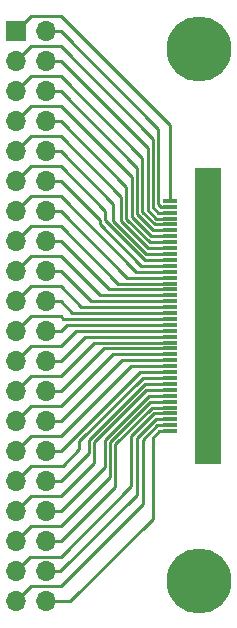
<source format=gbr>
%TF.GenerationSoftware,KiCad,Pcbnew,5.1.6*%
%TF.CreationDate,2020-06-27T21:13:43+02:00*%
%TF.ProjectId,hw,68772e6b-6963-4616-945f-706362585858,rev?*%
%TF.SameCoordinates,PX197b21e0PYf0cd820*%
%TF.FileFunction,Copper,L1,Top*%
%TF.FilePolarity,Positive*%
%FSLAX46Y46*%
G04 Gerber Fmt 4.6, Leading zero omitted, Abs format (unit mm)*
G04 Created by KiCad (PCBNEW 5.1.6) date 2020-06-27 21:13:43*
%MOMM*%
%LPD*%
G01*
G04 APERTURE LIST*
%TA.AperFunction,ComponentPad*%
%ADD10C,5.500000*%
%TD*%
%TA.AperFunction,SMDPad,CuDef*%
%ADD11R,1.300000X0.300000*%
%TD*%
%TA.AperFunction,SMDPad,CuDef*%
%ADD12R,2.200000X25.100000*%
%TD*%
%TA.AperFunction,ComponentPad*%
%ADD13O,1.700000X1.700000*%
%TD*%
%TA.AperFunction,ComponentPad*%
%ADD14R,1.700000X1.700000*%
%TD*%
%TA.AperFunction,Conductor*%
%ADD15C,0.250000*%
%TD*%
G04 APERTURE END LIST*
D10*
%TO.P,H2,1*%
%TO.N,Net-(H2-Pad1)*%
X15500000Y-46500000D03*
%TD*%
%TO.P,H1,1*%
%TO.N,Net-(H1-Pad1)*%
X15500000Y-1500000D03*
%TD*%
D11*
%TO.P,J1,40*%
%TO.N,Net-(J1-Pad40)*%
X13050000Y-14350000D03*
%TO.P,J1,39*%
%TO.N,Net-(J1-Pad39)*%
X13050000Y-14850000D03*
%TO.P,J1,38*%
%TO.N,Net-(J1-Pad38)*%
X13050000Y-15350000D03*
%TO.P,J1,37*%
%TO.N,Net-(J1-Pad37)*%
X13050000Y-15850000D03*
%TO.P,J1,36*%
%TO.N,Net-(J1-Pad36)*%
X13050000Y-16350000D03*
%TO.P,J1,35*%
%TO.N,Net-(J1-Pad35)*%
X13050000Y-16850000D03*
%TO.P,J1,34*%
%TO.N,Net-(J1-Pad34)*%
X13050000Y-17350000D03*
%TO.P,J1,33*%
%TO.N,Net-(J1-Pad33)*%
X13050000Y-17850000D03*
%TO.P,J1,32*%
%TO.N,Net-(J1-Pad32)*%
X13050000Y-18350000D03*
%TO.P,J1,31*%
%TO.N,Net-(J1-Pad31)*%
X13050000Y-18850000D03*
%TO.P,J1,30*%
%TO.N,Net-(J1-Pad30)*%
X13050000Y-19350000D03*
%TO.P,J1,29*%
%TO.N,Net-(J1-Pad29)*%
X13050000Y-19850000D03*
%TO.P,J1,28*%
%TO.N,Net-(J1-Pad28)*%
X13050000Y-20350000D03*
%TO.P,J1,27*%
%TO.N,Net-(J1-Pad27)*%
X13050000Y-20850000D03*
%TO.P,J1,26*%
%TO.N,Net-(J1-Pad26)*%
X13050000Y-21350000D03*
%TO.P,J1,25*%
%TO.N,Net-(J1-Pad25)*%
X13050000Y-21850000D03*
%TO.P,J1,24*%
%TO.N,Net-(J1-Pad24)*%
X13050000Y-22350000D03*
%TO.P,J1,23*%
%TO.N,Net-(J1-Pad23)*%
X13050000Y-22850000D03*
%TO.P,J1,22*%
%TO.N,Net-(J1-Pad22)*%
X13050000Y-23350000D03*
%TO.P,J1,21*%
%TO.N,Net-(J1-Pad21)*%
X13050000Y-23850000D03*
%TO.P,J1,20*%
%TO.N,Net-(J1-Pad20)*%
X13050000Y-24350000D03*
%TO.P,J1,19*%
%TO.N,Net-(J1-Pad19)*%
X13050000Y-24850000D03*
%TO.P,J1,18*%
%TO.N,Net-(J1-Pad18)*%
X13050000Y-25350000D03*
%TO.P,J1,17*%
%TO.N,Net-(J1-Pad17)*%
X13050000Y-25850000D03*
%TO.P,J1,16*%
%TO.N,Net-(J1-Pad16)*%
X13050000Y-26350000D03*
%TO.P,J1,15*%
%TO.N,Net-(J1-Pad15)*%
X13050000Y-26850000D03*
%TO.P,J1,14*%
%TO.N,Net-(J1-Pad14)*%
X13050000Y-27350000D03*
%TO.P,J1,13*%
%TO.N,Net-(J1-Pad13)*%
X13050000Y-27850000D03*
%TO.P,J1,12*%
%TO.N,Net-(J1-Pad12)*%
X13050000Y-28350000D03*
%TO.P,J1,11*%
%TO.N,Net-(J1-Pad11)*%
X13050000Y-28850000D03*
%TO.P,J1,10*%
%TO.N,Net-(J1-Pad10)*%
X13050000Y-29350000D03*
%TO.P,J1,9*%
%TO.N,Net-(J1-Pad9)*%
X13050000Y-29850000D03*
%TO.P,J1,8*%
%TO.N,Net-(J1-Pad8)*%
X13050000Y-30350000D03*
%TO.P,J1,7*%
%TO.N,Net-(J1-Pad7)*%
X13050000Y-30850000D03*
%TO.P,J1,6*%
%TO.N,Net-(J1-Pad6)*%
X13050000Y-31350000D03*
%TO.P,J1,5*%
%TO.N,Net-(J1-Pad5)*%
X13050000Y-31850000D03*
%TO.P,J1,4*%
%TO.N,Net-(J1-Pad4)*%
X13050000Y-32350000D03*
%TO.P,J1,3*%
%TO.N,Net-(J1-Pad3)*%
X13050000Y-32850000D03*
%TO.P,J1,2*%
%TO.N,Net-(J1-Pad2)*%
X13050000Y-33350000D03*
%TO.P,J1,1*%
%TO.N,Net-(J1-Pad1)*%
X13050000Y-33850000D03*
D12*
%TO.P,J1,MP*%
%TO.N,N/C*%
X16300000Y-24100000D03*
%TD*%
D13*
%TO.P,J2,40*%
%TO.N,Net-(J1-Pad1)*%
X2540000Y-48260000D03*
%TO.P,J2,39*%
%TO.N,Net-(J1-Pad2)*%
X0Y-48260000D03*
%TO.P,J2,38*%
%TO.N,Net-(J1-Pad3)*%
X2540000Y-45720000D03*
%TO.P,J2,37*%
%TO.N,Net-(J1-Pad4)*%
X0Y-45720000D03*
%TO.P,J2,36*%
%TO.N,Net-(J1-Pad5)*%
X2540000Y-43180000D03*
%TO.P,J2,35*%
%TO.N,Net-(J1-Pad6)*%
X0Y-43180000D03*
%TO.P,J2,34*%
%TO.N,Net-(J1-Pad7)*%
X2540000Y-40640000D03*
%TO.P,J2,33*%
%TO.N,Net-(J1-Pad8)*%
X0Y-40640000D03*
%TO.P,J2,32*%
%TO.N,Net-(J1-Pad9)*%
X2540000Y-38100000D03*
%TO.P,J2,31*%
%TO.N,Net-(J1-Pad10)*%
X0Y-38100000D03*
%TO.P,J2,30*%
%TO.N,Net-(J1-Pad11)*%
X2540000Y-35560000D03*
%TO.P,J2,29*%
%TO.N,Net-(J1-Pad12)*%
X0Y-35560000D03*
%TO.P,J2,28*%
%TO.N,Net-(J1-Pad13)*%
X2540000Y-33020000D03*
%TO.P,J2,27*%
%TO.N,Net-(J1-Pad14)*%
X0Y-33020000D03*
%TO.P,J2,26*%
%TO.N,Net-(J1-Pad15)*%
X2540000Y-30480000D03*
%TO.P,J2,25*%
%TO.N,Net-(J1-Pad16)*%
X0Y-30480000D03*
%TO.P,J2,24*%
%TO.N,Net-(J1-Pad17)*%
X2540000Y-27940000D03*
%TO.P,J2,23*%
%TO.N,Net-(J1-Pad18)*%
X0Y-27940000D03*
%TO.P,J2,22*%
%TO.N,Net-(J1-Pad19)*%
X2540000Y-25400000D03*
%TO.P,J2,21*%
%TO.N,Net-(J1-Pad20)*%
X0Y-25400000D03*
%TO.P,J2,20*%
%TO.N,Net-(J1-Pad21)*%
X2540000Y-22860000D03*
%TO.P,J2,19*%
%TO.N,Net-(J1-Pad22)*%
X0Y-22860000D03*
%TO.P,J2,18*%
%TO.N,Net-(J1-Pad23)*%
X2540000Y-20320000D03*
%TO.P,J2,17*%
%TO.N,Net-(J1-Pad24)*%
X0Y-20320000D03*
%TO.P,J2,16*%
%TO.N,Net-(J1-Pad25)*%
X2540000Y-17780000D03*
%TO.P,J2,15*%
%TO.N,Net-(J1-Pad26)*%
X0Y-17780000D03*
%TO.P,J2,14*%
%TO.N,Net-(J1-Pad27)*%
X2540000Y-15240000D03*
%TO.P,J2,13*%
%TO.N,Net-(J1-Pad28)*%
X0Y-15240000D03*
%TO.P,J2,12*%
%TO.N,Net-(J1-Pad29)*%
X2540000Y-12700000D03*
%TO.P,J2,11*%
%TO.N,Net-(J1-Pad30)*%
X0Y-12700000D03*
%TO.P,J2,10*%
%TO.N,Net-(J1-Pad31)*%
X2540000Y-10160000D03*
%TO.P,J2,9*%
%TO.N,Net-(J1-Pad32)*%
X0Y-10160000D03*
%TO.P,J2,8*%
%TO.N,Net-(J1-Pad33)*%
X2540000Y-7620000D03*
%TO.P,J2,7*%
%TO.N,Net-(J1-Pad34)*%
X0Y-7620000D03*
%TO.P,J2,6*%
%TO.N,Net-(J1-Pad35)*%
X2540000Y-5080000D03*
%TO.P,J2,5*%
%TO.N,Net-(J1-Pad36)*%
X0Y-5080000D03*
%TO.P,J2,4*%
%TO.N,Net-(J1-Pad37)*%
X2540000Y-2540000D03*
%TO.P,J2,3*%
%TO.N,Net-(J1-Pad38)*%
X0Y-2540000D03*
%TO.P,J2,2*%
%TO.N,Net-(J1-Pad39)*%
X2540000Y0D03*
D14*
%TO.P,J2,1*%
%TO.N,Net-(J1-Pad40)*%
X0Y0D03*
%TD*%
D15*
%TO.N,Net-(J1-Pad40)*%
X3810000Y1270000D02*
X13050000Y-7970000D01*
X13050000Y-7970000D02*
X13050000Y-14350000D01*
X0Y0D02*
X1270000Y1270000D01*
X1270000Y1270000D02*
X3810000Y1270000D01*
%TO.N,Net-(J1-Pad39)*%
X3334200Y0D02*
X2540000Y0D01*
X3810000Y0D02*
X3334200Y0D01*
X12074700Y-8264700D02*
X3810000Y0D01*
X12289900Y-14850000D02*
X12074700Y-14634800D01*
X12074700Y-14634800D02*
X12074700Y-8264700D01*
X13050000Y-14850000D02*
X12289900Y-14850000D01*
%TO.N,Net-(J1-Pad38)*%
X12074700Y-15350000D02*
X11624400Y-14899700D01*
X11624400Y-14899700D02*
X11624400Y-9084400D01*
X11624400Y-9084400D02*
X3810000Y-1270000D01*
X13050000Y-15350000D02*
X12074700Y-15350000D01*
X0Y-2540000D02*
X1270000Y-1270000D01*
X1270000Y-1270000D02*
X3810000Y-1270000D01*
%TO.N,Net-(J1-Pad37)*%
X3810000Y-2540000D02*
X11174100Y-9904100D01*
X11174100Y-9904100D02*
X11174100Y-15109400D01*
X11174100Y-15109400D02*
X11914700Y-15850000D01*
X11914700Y-15850000D02*
X13050000Y-15850000D01*
X2540000Y-2540000D02*
X3810000Y-2540000D01*
%TO.N,Net-(J1-Pad36)*%
X1270000Y-3810000D02*
X0Y-5080000D01*
X3810000Y-3810000D02*
X1270000Y-3810000D01*
X10723700Y-10723700D02*
X3810000Y-3810000D01*
X10723700Y-15319000D02*
X10723700Y-10723700D01*
X11754700Y-16350000D02*
X10723700Y-15319000D01*
X13050000Y-16350000D02*
X11754700Y-16350000D01*
%TO.N,Net-(J1-Pad35)*%
X3810000Y-5080000D02*
X10273400Y-11543400D01*
X10273400Y-11543400D02*
X10273400Y-15505600D01*
X10273400Y-15505600D02*
X11617800Y-16850000D01*
X11617800Y-16850000D02*
X13050000Y-16850000D01*
X2540000Y-5080000D02*
X3810000Y-5080000D01*
%TO.N,Net-(J1-Pad34)*%
X3810000Y-6350000D02*
X9823100Y-12363100D01*
X9823100Y-12363100D02*
X9823100Y-15692200D01*
X9823100Y-15692200D02*
X11480900Y-17350000D01*
X11480900Y-17350000D02*
X12074700Y-17350000D01*
X13050000Y-17350000D02*
X12074700Y-17350000D01*
X0Y-7620000D02*
X1270000Y-6350000D01*
X1270000Y-6350000D02*
X3810000Y-6350000D01*
%TO.N,Net-(J1-Pad33)*%
X13050000Y-17850000D02*
X11344000Y-17850000D01*
X11344000Y-17850000D02*
X9372800Y-15878800D01*
X9372800Y-15878800D02*
X9372800Y-13182800D01*
X9372800Y-13182800D02*
X3810000Y-7620000D01*
X2540000Y-7620000D02*
X3810000Y-7620000D01*
%TO.N,Net-(J1-Pad32)*%
X3810000Y-8890000D02*
X8922500Y-14002500D01*
X8922500Y-14002500D02*
X8922500Y-16065400D01*
X8922500Y-16065400D02*
X11207100Y-18350000D01*
X11207100Y-18350000D02*
X12074700Y-18350000D01*
X13050000Y-18350000D02*
X12074700Y-18350000D01*
X0Y-10160000D02*
X1270000Y-8890000D01*
X1270000Y-8890000D02*
X3810000Y-8890000D01*
%TO.N,Net-(J1-Pad31)*%
X3810000Y-10160000D02*
X3334200Y-10160000D01*
X8247000Y-14597000D02*
X3810000Y-10160000D01*
X8247000Y-16026800D02*
X8247000Y-14597000D01*
X3334200Y-10160000D02*
X2540000Y-10160000D01*
X11070200Y-18850000D02*
X8247000Y-16026800D01*
X13050000Y-18850000D02*
X11070200Y-18850000D01*
%TO.N,Net-(J1-Pad30)*%
X3810000Y-11430000D02*
X7571600Y-15191600D01*
X7571600Y-15191600D02*
X7571600Y-15988300D01*
X7571600Y-15988300D02*
X10933300Y-19350000D01*
X10933300Y-19350000D02*
X13050000Y-19350000D01*
X0Y-12700000D02*
X1270000Y-11430000D01*
X1270000Y-11430000D02*
X3810000Y-11430000D01*
%TO.N,Net-(J1-Pad29)*%
X10796400Y-19850000D02*
X13050000Y-19850000D01*
X10796400Y-19850000D02*
X10650000Y-19850000D01*
X2540000Y-12700000D02*
X3810000Y-12700000D01*
X3810000Y-12700000D02*
X7100000Y-15990000D01*
X7100000Y-16300000D02*
X10650000Y-19850000D01*
X7100000Y-15990000D02*
X7100000Y-16300000D01*
%TO.N,Net-(J1-Pad28)*%
X3810000Y-13970000D02*
X10190000Y-20350000D01*
X10190000Y-20350000D02*
X13050000Y-20350000D01*
X0Y-15240000D02*
X1270000Y-13970000D01*
X1270000Y-13970000D02*
X3810000Y-13970000D01*
%TO.N,Net-(J1-Pad27)*%
X3810000Y-15240000D02*
X9420000Y-20850000D01*
X9420000Y-20850000D02*
X13050000Y-20850000D01*
X2540000Y-15240000D02*
X3810000Y-15240000D01*
%TO.N,Net-(J1-Pad26)*%
X3810000Y-16510000D02*
X8650000Y-21350000D01*
X8650000Y-21350000D02*
X13050000Y-21350000D01*
X0Y-17780000D02*
X1270000Y-16510000D01*
X1270000Y-16510000D02*
X3810000Y-16510000D01*
%TO.N,Net-(J1-Pad25)*%
X3810000Y-17780000D02*
X7880000Y-21850000D01*
X7880000Y-21850000D02*
X13050000Y-21850000D01*
X2540000Y-17780000D02*
X3810000Y-17780000D01*
%TO.N,Net-(J1-Pad24)*%
X3810000Y-19050000D02*
X7110000Y-22350000D01*
X7110000Y-22350000D02*
X13050000Y-22350000D01*
X0Y-20320000D02*
X1270000Y-19050000D01*
X1270000Y-19050000D02*
X3810000Y-19050000D01*
%TO.N,Net-(J1-Pad23)*%
X13050000Y-22850000D02*
X6340000Y-22850000D01*
X6340000Y-22850000D02*
X3810000Y-20320000D01*
X2540000Y-20320000D02*
X3810000Y-20320000D01*
%TO.N,Net-(J1-Pad22)*%
X13050000Y-23350000D02*
X5570000Y-23350000D01*
X5570000Y-23350000D02*
X3810000Y-21590000D01*
X0Y-22860000D02*
X1270000Y-21590000D01*
X1270000Y-21590000D02*
X3810000Y-21590000D01*
%TO.N,Net-(J1-Pad21)*%
X13050000Y-23850000D02*
X12074700Y-23850000D01*
X3810000Y-22860000D02*
X4800000Y-23850000D01*
X4800000Y-23850000D02*
X12074700Y-23850000D01*
X2540000Y-22860000D02*
X3810000Y-22860000D01*
%TO.N,Net-(J1-Pad20)*%
X4030000Y-24350000D02*
X13050000Y-24350000D01*
X3810000Y-24130000D02*
X4030000Y-24350000D01*
X1270000Y-24130000D02*
X3810000Y-24130000D01*
X0Y-25400000D02*
X1270000Y-24130000D01*
%TO.N,Net-(J1-Pad19)*%
X3627400Y-25400000D02*
X3810000Y-25400000D01*
X2540000Y-25400000D02*
X3627400Y-25400000D01*
X4360000Y-24850000D02*
X3810000Y-25400000D01*
X13050000Y-24850000D02*
X4360000Y-24850000D01*
%TO.N,Net-(J1-Pad18)*%
X3810000Y-26670000D02*
X5130000Y-25350000D01*
X5130000Y-25350000D02*
X13050000Y-25350000D01*
X0Y-27940000D02*
X1270000Y-26670000D01*
X1270000Y-26670000D02*
X3810000Y-26670000D01*
%TO.N,Net-(J1-Pad17)*%
X3810000Y-27940000D02*
X5900000Y-25850000D01*
X5900000Y-25850000D02*
X13050000Y-25850000D01*
X2540000Y-27940000D02*
X3810000Y-27940000D01*
%TO.N,Net-(J1-Pad16)*%
X3810000Y-29210000D02*
X6670000Y-26350000D01*
X6670000Y-26350000D02*
X13050000Y-26350000D01*
X0Y-30480000D02*
X1270000Y-29210000D01*
X1270000Y-29210000D02*
X3810000Y-29210000D01*
%TO.N,Net-(J1-Pad15)*%
X3810000Y-30480000D02*
X7440000Y-26850000D01*
X7440000Y-26850000D02*
X13050000Y-26850000D01*
X2540000Y-30480000D02*
X3810000Y-30480000D01*
%TO.N,Net-(J1-Pad14)*%
X3810000Y-31750000D02*
X8210000Y-27350000D01*
X8210000Y-27350000D02*
X13050000Y-27350000D01*
X0Y-33020000D02*
X1270000Y-31750000D01*
X1270000Y-31750000D02*
X3810000Y-31750000D01*
%TO.N,Net-(J1-Pad13)*%
X3810000Y-33020000D02*
X8980000Y-27850000D01*
X8980000Y-27850000D02*
X13050000Y-27850000D01*
X2540000Y-33020000D02*
X3810000Y-33020000D01*
%TO.N,Net-(J1-Pad12)*%
X3810000Y-34290000D02*
X9750000Y-28350000D01*
X9750000Y-28350000D02*
X13050000Y-28350000D01*
X0Y-35560000D02*
X1270000Y-34290000D01*
X1270000Y-34290000D02*
X3810000Y-34290000D01*
%TO.N,Net-(J1-Pad11)*%
X3685800Y-35560000D02*
X2540000Y-35560000D01*
X3810000Y-35560000D02*
X3685800Y-35560000D01*
X10520000Y-28850000D02*
X3810000Y-35560000D01*
X13050000Y-28850000D02*
X10520000Y-28850000D01*
%TO.N,Net-(J1-Pad10)*%
X13050000Y-29350000D02*
X10761500Y-29350000D01*
X3718400Y-36830000D02*
X3810000Y-36830000D01*
X0Y-38100000D02*
X1270000Y-36830000D01*
X1270000Y-36830000D02*
X3718400Y-36830000D01*
X10761500Y-29350000D02*
X10750000Y-29350000D01*
X10750000Y-29350000D02*
X5400000Y-34700000D01*
X3718400Y-36830000D02*
X3970000Y-36830000D01*
X5400000Y-35400000D02*
X5400000Y-34700000D01*
X3970000Y-36830000D02*
X5400000Y-35400000D01*
%TO.N,Net-(J1-Pad9)*%
X13050000Y-29850000D02*
X10916200Y-29850000D01*
X10916200Y-29850000D02*
X6198000Y-34568200D01*
X6198000Y-34568200D02*
X6198000Y-35712000D01*
X6198000Y-35712000D02*
X3810000Y-38100000D01*
X2540000Y-38100000D02*
X3810000Y-38100000D01*
%TO.N,Net-(J1-Pad8)*%
X13050000Y-30350000D02*
X11063700Y-30350000D01*
X11063700Y-30350000D02*
X6648300Y-34765400D01*
X6648300Y-34765400D02*
X6648300Y-36531700D01*
X6648300Y-36531700D02*
X3810000Y-39370000D01*
X0Y-40640000D02*
X1270000Y-39370000D01*
X1270000Y-39370000D02*
X3810000Y-39370000D01*
%TO.N,Net-(J1-Pad7)*%
X13050000Y-30850000D02*
X11272700Y-30850000D01*
X11272700Y-30850000D02*
X7548900Y-34573800D01*
X7548900Y-34573800D02*
X7548900Y-36901100D01*
X7548900Y-36901100D02*
X3810000Y-40640000D01*
X2540000Y-40640000D02*
X3810000Y-40640000D01*
%TO.N,Net-(J1-Pad6)*%
X13050000Y-31350000D02*
X11409600Y-31350000D01*
X11409600Y-31350000D02*
X7999200Y-34760400D01*
X7999200Y-34760400D02*
X7999200Y-37720800D01*
X7999200Y-37720800D02*
X3810000Y-41910000D01*
X0Y-43180000D02*
X1270000Y-41910000D01*
X1270000Y-41910000D02*
X3810000Y-41910000D01*
%TO.N,Net-(J1-Pad5)*%
X13050000Y-31850000D02*
X11546500Y-31850000D01*
X11546500Y-31850000D02*
X8449500Y-34947000D01*
X8449500Y-34947000D02*
X8449500Y-38540500D01*
X8449500Y-38540500D02*
X3810000Y-43180000D01*
X2540000Y-43180000D02*
X3810000Y-43180000D01*
%TO.N,Net-(J1-Pad4)*%
X13050000Y-32350000D02*
X11683400Y-32350000D01*
X11683400Y-32350000D02*
X9800300Y-34233100D01*
X9800300Y-34233100D02*
X9800300Y-38499700D01*
X9800300Y-38499700D02*
X3800000Y-44500000D01*
X0Y-45720000D02*
X1220000Y-44500000D01*
X1220000Y-44500000D02*
X3800000Y-44500000D01*
%TO.N,Net-(J1-Pad3)*%
X3780000Y-45720000D02*
X10250700Y-39249300D01*
X10250700Y-39249300D02*
X10250700Y-34441900D01*
X10250700Y-34441900D02*
X11842600Y-32850000D01*
X11842600Y-32850000D02*
X13050000Y-32850000D01*
X2540000Y-45720000D02*
X3780000Y-45720000D01*
%TO.N,Net-(J1-Pad2)*%
X3800000Y-47000000D02*
X10766000Y-40034000D01*
X10766000Y-40034000D02*
X10766000Y-34571200D01*
X10766000Y-34571200D02*
X11987200Y-33350000D01*
X11987200Y-33350000D02*
X13050000Y-33350000D01*
X0Y-48260000D02*
X1260000Y-47000000D01*
X1260000Y-47000000D02*
X3800000Y-47000000D01*
%TO.N,Net-(J1-Pad1)*%
X2540000Y-48260000D02*
X4640000Y-48260000D01*
X4640000Y-48260000D02*
X11600000Y-41300000D01*
X11600000Y-41300000D02*
X11600000Y-34400000D01*
X11600000Y-34400000D02*
X12150000Y-33850000D01*
X12150000Y-33850000D02*
X13050000Y-33850000D01*
%TD*%
M02*

</source>
